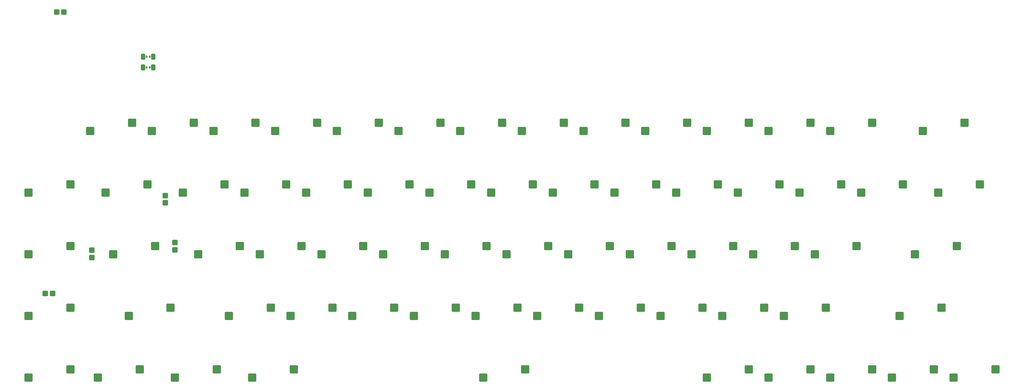
<source format=gbp>
%TF.GenerationSoftware,KiCad,Pcbnew,7.0.8*%
%TF.CreationDate,2023-10-07T09:46:25-04:00*%
%TF.ProjectId,MainBoard,4d61696e-426f-4617-9264-2e6b69636164,rev?*%
%TF.SameCoordinates,Original*%
%TF.FileFunction,Paste,Bot*%
%TF.FilePolarity,Positive*%
%FSLAX46Y46*%
G04 Gerber Fmt 4.6, Leading zero omitted, Abs format (unit mm)*
G04 Created by KiCad (PCBNEW 7.0.8) date 2023-10-07 09:46:25*
%MOMM*%
%LPD*%
G01*
G04 APERTURE LIST*
G04 Aperture macros list*
%AMRoundRect*
0 Rectangle with rounded corners*
0 $1 Rounding radius*
0 $2 $3 $4 $5 $6 $7 $8 $9 X,Y pos of 4 corners*
0 Add a 4 corners polygon primitive as box body*
4,1,4,$2,$3,$4,$5,$6,$7,$8,$9,$2,$3,0*
0 Add four circle primitives for the rounded corners*
1,1,$1+$1,$2,$3*
1,1,$1+$1,$4,$5*
1,1,$1+$1,$6,$7*
1,1,$1+$1,$8,$9*
0 Add four rect primitives between the rounded corners*
20,1,$1+$1,$2,$3,$4,$5,0*
20,1,$1+$1,$4,$5,$6,$7,0*
20,1,$1+$1,$6,$7,$8,$9,0*
20,1,$1+$1,$8,$9,$2,$3,0*%
G04 Aperture macros list end*
%ADD10RoundRect,0.250000X1.025000X1.000000X-1.025000X1.000000X-1.025000X-1.000000X1.025000X-1.000000X0*%
%ADD11RoundRect,0.250000X0.412500X0.650000X-0.412500X0.650000X-0.412500X-0.650000X0.412500X-0.650000X0*%
%ADD12RoundRect,0.140000X0.140000X0.170000X-0.140000X0.170000X-0.140000X-0.170000X0.140000X-0.170000X0*%
%ADD13RoundRect,0.388889X0.486111X-0.498611X0.486111X0.498611X-0.486111X0.498611X-0.486111X-0.498611X0*%
%ADD14RoundRect,0.388889X-0.498611X-0.486111X0.498611X-0.486111X0.498611X0.486111X-0.498611X0.486111X0*%
%ADD15RoundRect,0.388889X-0.486111X0.498611X-0.486111X-0.498611X0.486111X-0.498611X0.486111X0.498611X0*%
G04 APERTURE END LIST*
D10*
X133027500Y-85085000D03*
X145954500Y-82545000D03*
X90165000Y-66035000D03*
X103092000Y-63495000D03*
X144933750Y-123184999D03*
X157860750Y-120644999D03*
X171127500Y-85085000D03*
X184054500Y-82545000D03*
D11*
X42964500Y-27330400D03*
D12*
X41882000Y-27330400D03*
X40922000Y-27330400D03*
D11*
X39839500Y-27330400D03*
D10*
X4440000Y-104134999D03*
X17367000Y-101594999D03*
X209227500Y-85085000D03*
X222154500Y-82545000D03*
X213990000Y-46985000D03*
X226917000Y-44445000D03*
X128265000Y-66035000D03*
X141192000Y-63495000D03*
X228277500Y-85085000D03*
X241204500Y-82545000D03*
X185415000Y-66035000D03*
X198342000Y-63495000D03*
X199702500Y-104134999D03*
X212629500Y-101594999D03*
X71115000Y-66035000D03*
X84042000Y-63495000D03*
X109215000Y-66035000D03*
X122142000Y-63495000D03*
X85402500Y-104134999D03*
X98329500Y-101594999D03*
X252090000Y-46985000D03*
X265017000Y-44445000D03*
X261615000Y-66035000D03*
X274542000Y-63495000D03*
X278283750Y-85085000D03*
X291210750Y-82545000D03*
X73496250Y-123184999D03*
X86423250Y-120644999D03*
X213990000Y-123184999D03*
X226917000Y-120644999D03*
X49683750Y-123184999D03*
X62610750Y-120644999D03*
X23490000Y-46985000D03*
X36417000Y-44445000D03*
X252090000Y-123184999D03*
X265017000Y-120644999D03*
X30633750Y-85085000D03*
X43560750Y-82545000D03*
X247327500Y-85085000D03*
X260254500Y-82545000D03*
X271140000Y-123184999D03*
X284067000Y-120644999D03*
D13*
X49657000Y-83732500D03*
X49657000Y-81457500D03*
D10*
X25871249Y-123184999D03*
X38798249Y-120644999D03*
X161602500Y-104134999D03*
X174529500Y-101594999D03*
X118739999Y-46985000D03*
X131666999Y-44445000D03*
X123502500Y-104134999D03*
X136429500Y-101594999D03*
X233040000Y-46985000D03*
X245967000Y-44445000D03*
X52065000Y-66035000D03*
X64992000Y-63495000D03*
X42540000Y-46985000D03*
X55467000Y-44445000D03*
X175890000Y-46985000D03*
X188817000Y-44445000D03*
X237802500Y-104134999D03*
X250729500Y-101594999D03*
X273521250Y-104134999D03*
X286448250Y-101594999D03*
D14*
X9617500Y-97175000D03*
X11892500Y-97175000D03*
D15*
X24000000Y-83807500D03*
X24000000Y-86082500D03*
D10*
X4440000Y-123184999D03*
X17367000Y-120644999D03*
X4440000Y-85085000D03*
X17367000Y-82545000D03*
X218752500Y-104134999D03*
X231679500Y-101594999D03*
D14*
X13125000Y-10200000D03*
X15400000Y-10200000D03*
D10*
X156840000Y-46985000D03*
X169767000Y-44445000D03*
X285427500Y-66035000D03*
X298354500Y-63495000D03*
X94927500Y-85085000D03*
X107854500Y-82545000D03*
X190177500Y-85085000D03*
X203104500Y-82545000D03*
D13*
X46725000Y-69187500D03*
X46725000Y-66912500D03*
D10*
X233040000Y-123184999D03*
X245967000Y-120644999D03*
X4440000Y-66035000D03*
X17367000Y-63495000D03*
X166365000Y-66035000D03*
X179292000Y-63495000D03*
X290190000Y-123184999D03*
X303117000Y-120644999D03*
X280665000Y-46985000D03*
X293592000Y-44445000D03*
X242565000Y-66035000D03*
X255492000Y-63495000D03*
X56827500Y-85085000D03*
X69754500Y-82545000D03*
X75877500Y-85085000D03*
X88804500Y-82545000D03*
X147315000Y-66035000D03*
X160242000Y-63495000D03*
X61590000Y-46985000D03*
X74517000Y-44445000D03*
X80640000Y-46985000D03*
X93567000Y-44445000D03*
X28252500Y-66035000D03*
X41179500Y-63495000D03*
X99689999Y-46985000D03*
X112616999Y-44445000D03*
X194940000Y-46985000D03*
X207867000Y-44445000D03*
X66352500Y-104134999D03*
X79279500Y-101594999D03*
X35396250Y-104134999D03*
X48323250Y-101594999D03*
D11*
X42964500Y-23980400D03*
D12*
X41882000Y-23980400D03*
X40922000Y-23980400D03*
D11*
X39839500Y-23980400D03*
D10*
X113977500Y-85085000D03*
X126904500Y-82545000D03*
X223515000Y-66035000D03*
X236442000Y-63495000D03*
X137790000Y-46985000D03*
X150717000Y-44445000D03*
X104452500Y-104134999D03*
X117379500Y-101594999D03*
X204465000Y-66035000D03*
X217392000Y-63495000D03*
X180652500Y-104134999D03*
X193579500Y-101594999D03*
X142552500Y-104134999D03*
X155479500Y-101594999D03*
X152077500Y-85085000D03*
X165004500Y-82545000D03*
M02*

</source>
